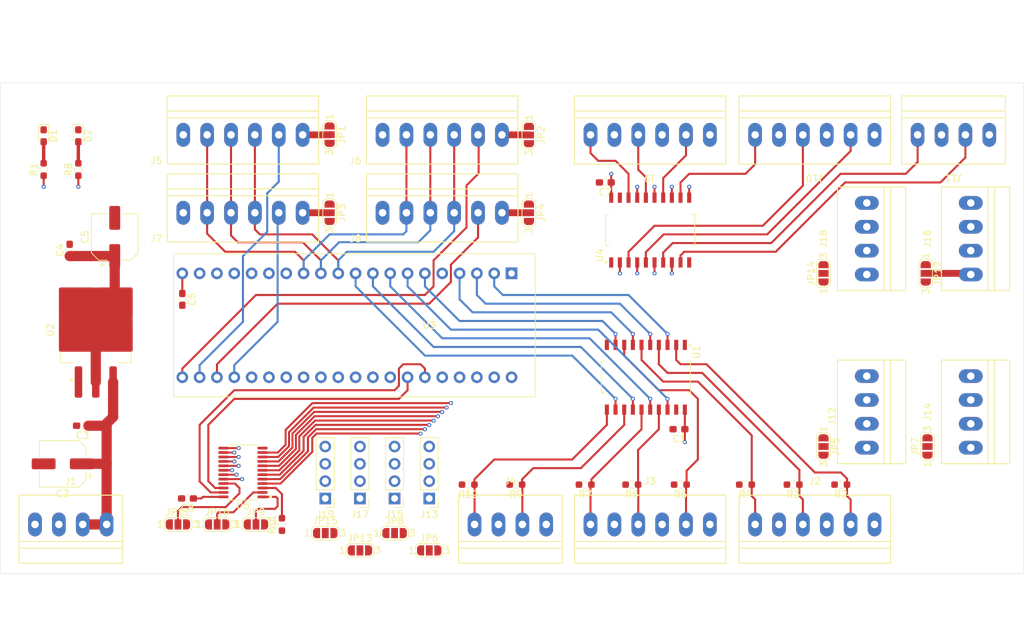
<source format=kicad_pcb>
(kicad_pcb
	(version 20240108)
	(generator "pcbnew")
	(generator_version "8.0")
	(general
		(thickness 1.6)
		(legacy_teardrops no)
	)
	(paper "A4")
	(layers
		(0 "F.Cu" signal)
		(1 "In1.Cu" signal)
		(2 "In2.Cu" signal)
		(31 "B.Cu" signal)
		(32 "B.Adhes" user "B.Adhesive")
		(33 "F.Adhes" user "F.Adhesive")
		(34 "B.Paste" user)
		(35 "F.Paste" user)
		(36 "B.SilkS" user "B.Silkscreen")
		(37 "F.SilkS" user "F.Silkscreen")
		(38 "B.Mask" user)
		(39 "F.Mask" user)
		(40 "Dwgs.User" user "User.Drawings")
		(41 "Cmts.User" user "User.Comments")
		(42 "Eco1.User" user "User.Eco1")
		(43 "Eco2.User" user "User.Eco2")
		(44 "Edge.Cuts" user)
		(45 "Margin" user)
		(46 "B.CrtYd" user "B.Courtyard")
		(47 "F.CrtYd" user "F.Courtyard")
		(48 "B.Fab" user)
		(49 "F.Fab" user)
		(50 "User.1" user)
		(51 "User.2" user)
		(52 "User.3" user)
		(53 "User.4" user)
		(54 "User.5" user)
		(55 "User.6" user)
		(56 "User.7" user)
		(57 "User.8" user)
		(58 "User.9" user)
	)
	(setup
		(stackup
			(layer "F.SilkS"
				(type "Top Silk Screen")
			)
			(layer "F.Paste"
				(type "Top Solder Paste")
			)
			(layer "F.Mask"
				(type "Top Solder Mask")
				(thickness 0.01)
			)
			(layer "F.Cu"
				(type "copper")
				(thickness 0.035)
			)
			(layer "dielectric 1"
				(type "prepreg")
				(thickness 0.1)
				(material "FR4")
				(epsilon_r 4.5)
				(loss_tangent 0.02)
			)
			(layer "In1.Cu"
				(type "copper")
				(thickness 0.035)
			)
			(layer "dielectric 2"
				(type "core")
				(thickness 1.24)
				(material "FR4")
				(epsilon_r 4.5)
				(loss_tangent 0.02)
			)
			(layer "In2.Cu"
				(type "copper")
				(thickness 0.035)
			)
			(layer "dielectric 3"
				(type "prepreg")
				(thickness 0.1)
				(material "FR4")
				(epsilon_r 4.5)
				(loss_tangent 0.02)
			)
			(layer "B.Cu"
				(type "copper")
				(thickness 0.035)
			)
			(layer "B.Mask"
				(type "Bottom Solder Mask")
				(thickness 0.01)
			)
			(layer "B.Paste"
				(type "Bottom Solder Paste")
			)
			(layer "B.SilkS"
				(type "Bottom Silk Screen")
			)
			(copper_finish "None")
			(dielectric_constraints no)
		)
		(pad_to_mask_clearance 0)
		(allow_soldermask_bridges_in_footprints no)
		(pcbplotparams
			(layerselection 0x00010fc_ffffffff)
			(plot_on_all_layers_selection 0x0000000_00000000)
			(disableapertmacros no)
			(usegerberextensions no)
			(usegerberattributes yes)
			(usegerberadvancedattributes yes)
			(creategerberjobfile yes)
			(dashed_line_dash_ratio 12.000000)
			(dashed_line_gap_ratio 3.000000)
			(svgprecision 4)
			(plotframeref no)
			(viasonmask no)
			(mode 1)
			(useauxorigin no)
			(hpglpennumber 1)
			(hpglpenspeed 20)
			(hpglpendiameter 15.000000)
			(pdf_front_fp_property_popups yes)
			(pdf_back_fp_property_popups yes)
			(dxfpolygonmode yes)
			(dxfimperialunits yes)
			(dxfusepcbnewfont yes)
			(psnegative no)
			(psa4output no)
			(plotreference yes)
			(plotvalue yes)
			(plotfptext yes)
			(plotinvisibletext no)
			(sketchpadsonfab no)
			(subtractmaskfromsilk no)
			(outputformat 1)
			(mirror no)
			(drillshape 1)
			(scaleselection 1)
			(outputdirectory "")
		)
	)
	(net 0 "")
	(net 1 "GND")
	(net 2 "+5V")
	(net 3 "+3.3V")
	(net 4 "Net-(D1-A)")
	(net 5 "Net-(D2-A)")
	(net 6 "POCI")
	(net 7 "Net-(J5-Pin_1)")
	(net 8 "PICO")
	(net 9 "SCK")
	(net 10 "CS1")
	(net 11 "CS0")
	(net 12 "Net-(J6-Pin_1)")
	(net 13 "CS3")
	(net 14 "Net-(J7-Pin_1)")
	(net 15 "Net-(J8-Pin_1)")
	(net 16 "CS2")
	(net 17 "Net-(J9-Pin_4)")
	(net 18 "Net-(J9-Pin_6)")
	(net 19 "Net-(J9-Pin_2)")
	(net 20 "OUT-SD0")
	(net 21 "Net-(J12-Pin_1)")
	(net 22 "OUT-SC0")
	(net 23 "OUT-SC4")
	(net 24 "Net-(J13-Pin_1)")
	(net 25 "OUT-SD4")
	(net 26 "OUT-SC1")
	(net 27 "Net-(J14-Pin_1)")
	(net 28 "OUT-SD1")
	(net 29 "OUT-SC5")
	(net 30 "OUT-SD5")
	(net 31 "Net-(J15-Pin_1)")
	(net 32 "OUT-SC2")
	(net 33 "OUT-SD2")
	(net 34 "Net-(J16-Pin_1)")
	(net 35 "Net-(J17-Pin_1)")
	(net 36 "OUT-SC6")
	(net 37 "OUT-SD6")
	(net 38 "OUT-SC3")
	(net 39 "Net-(J18-Pin_1)")
	(net 40 "OUT-SD3")
	(net 41 "Net-(J19-Pin_1)")
	(net 42 "OUT-SC7")
	(net 43 "OUT-SD7")
	(net 44 "Net-(JP9-C)")
	(net 45 "Net-(JP10-C)")
	(net 46 "Net-(JP11-C)")
	(net 47 "Net-(U5-~{RESET})")
	(net 48 "AUX-IN3")
	(net 49 "AUX-IN1")
	(net 50 "AUX-IN6")
	(net 51 "AUX-IN2")
	(net 52 "AUX-IN4")
	(net 53 "SW1-AZ")
	(net 54 "SW2-AZ")
	(net 55 "AUX-IN5")
	(net 56 "unconnected-(U3-PB1-Pad15)")
	(net 57 "unconnected-(U3-3V3-Pad18)")
	(net 58 "EN-AZ")
	(net 59 "EN-EL")
	(net 60 "unconnected-(U3-PB2-Pad16)")
	(net 61 "unconnected-(U3-NRST-Pad5)")
	(net 62 "AUX-OUT1")
	(net 63 "DIR-AZ")
	(net 64 "SCL")
	(net 65 "unconnected-(U3-PB9-Pad37)")
	(net 66 "SDA")
	(net 67 "unconnected-(U3-PB0-Pad14)")
	(net 68 "unconnected-(U3-VBAT-Pad1)")
	(net 69 "unconnected-(U3-3V3-Pad40)")
	(net 70 "unconnected-(U3-PB8-Pad36)")
	(net 71 "unconnected-(U3-PB10-Pad17)")
	(net 72 "STEP-AZ")
	(net 73 "STEP-EL")
	(net 74 "unconnected-(U3-PB5-Pad33)")
	(net 75 "DIR-EL")
	(net 76 "AUX-OUT2")
	(net 77 "Net-(J10-Pin_4)")
	(net 78 "Net-(J10-Pin_6)")
	(net 79 "Net-(J10-Pin_2)")
	(net 80 "Net-(J11-Pin_4)")
	(net 81 "Net-(J11-Pin_2)")
	(net 82 "Net-(J4-Pin_1)")
	(net 83 "Net-(J4-Pin_3)")
	(net 84 "Net-(J3-Pin_5)")
	(net 85 "Net-(J3-Pin_3)")
	(net 86 "Net-(J3-Pin_1)")
	(net 87 "Net-(J2-Pin_1)")
	(net 88 "Net-(J2-Pin_5)")
	(net 89 "Net-(J2-Pin_3)")
	(footprint "LED_SMD:LED_0603_1608Metric_Pad1.05x0.95mm_HandSolder" (layer "F.Cu") (at 62.23 71.261 -90))
	(footprint "Jumper:SolderJumper-3_P1.3mm_Open_RoundedPad1.0x1.5mm_NumberLabels" (layer "F.Cu") (at 76.835 128.27))
	(footprint "spta:SPTA-1-6-3,5" (layer "F.Cu") (at 115.57 82.55 180))
	(footprint "spta:SPTA-1-6-3,5" (layer "F.Cu") (at 170.18 71.12 180))
	(footprint "spta:SPTA-1-6-3,5" (layer "F.Cu") (at 146.05 128.27))
	(footprint "Capacitor_SMD:C_0603_1608Metric_Pad1.08x0.95mm_HandSolder" (layer "F.Cu") (at 139.4725 78.105 180))
	(footprint "Jumper:SolderJumper-3_P1.3mm_Open_RoundedPad1.0x1.5mm_NumberLabels" (layer "F.Cu") (at 186.69 116.84 90))
	(footprint "spta:SPTA-1-4-3,5" (layer "F.Cu") (at 125.56 128.27))
	(footprint "spta:SPTA-1-6-3,5" (layer "F.Cu") (at 170.18 128.27))
	(footprint "Jumper:SolderJumper-3_P1.3mm_Open_RoundedPad1.0x1.5mm_NumberLabels" (layer "F.Cu") (at 128.27 71.15 -90))
	(footprint "Capacitor_SMD:C_0603_1608Metric_Pad1.08x0.95mm_HandSolder" (layer "F.Cu") (at 150.2675 114.3 180))
	(footprint "spta:SPTA-1-4-3,5" (layer "F.Cu") (at 177.8 111.76 90))
	(footprint "Jumper:SolderJumper-3_P1.3mm_Open_RoundedPad1.0x1.5mm_NumberLabels" (layer "F.Cu") (at 171.45 116.84 -90))
	(footprint "Jumper:SolderJumper-3_P1.3mm_Open_RoundedPad1.0x1.5mm_NumberLabels" (layer "F.Cu") (at 99.06 82.55 -90))
	(footprint "Resistor_SMD:R_0603_1608Metric_Pad0.98x0.95mm_HandSolder" (layer "F.Cu") (at 92.075 128.27 90))
	(footprint "BlackPill_F4xx_v2:BlackPill_F4xx_v2" (layer "F.Cu") (at 125.73 91.44 90))
	(footprint "spta:SPTA-1-6-3,5" (layer "F.Cu") (at 146.05 71.12 180))
	(footprint "Resistor_SMD:R_0603_1608Metric_Pad0.98x0.95mm_HandSolder" (layer "F.Cu") (at 119.38 122.428 180))
	(footprint "Resistor_SMD:R_0603_1608Metric_Pad0.98x0.95mm_HandSolder" (layer "F.Cu") (at 160.02 122.428 180))
	(footprint "Resistor_SMD:R_0603_1608Metric_Pad0.98x0.95mm_HandSolder" (layer "F.Cu") (at 136.525 122.428 180))
	(footprint "Jumper:SolderJumper-3_P1.3mm_Open_RoundedPad1.0x1.5mm_NumberLabels" (layer "F.Cu") (at 186.436 91.44 -90))
	(footprint "Resistor_SMD:R_0603_1608Metric_Pad0.98x0.95mm_HandSolder" (layer "F.Cu") (at 173.99 122.428 180))
	(footprint "Capacitor_SMD:C_0603_1608Metric_Pad1.08x0.95mm_HandSolder" (layer "F.Cu") (at 78.232 124.46 180))
	(footprint "Package_SO:SO-20_12.8x7.5mm_P1.27mm" (layer "F.Cu") (at 145.415 106.68 -90))
	(footprint "Resistor_SMD:R_0603_1608Metric_Pad0.98x0.95mm_HandSolder" (layer "F.Cu") (at 57.15 76.2 90))
	(footprint "spta:SPTA-1-4-3,5" (layer "F.Cu") (at 193.04 86.36 90))
	(footprint "Jumper:SolderJumper-3_P1.3mm_Open_RoundedPad1.0x1.5mm_NumberLabels" (layer "F.Cu") (at 171.45 91.44 90))
	(footprint "Jumper:SolderJumper-3_P1.3mm_Open_RoundedPad1.0x1.5mm_NumberLabels" (layer "F.Cu") (at 113.665 132.08))
	(footprint "spta:SPTA-1-6-3,5" (layer "F.Cu") (at 115.57 71.12 180))
	(footprint "Connector_PinHeader_2.54mm:PinHeader_1x04_P2.54mm_Vertical" (layer "F.Cu") (at 113.665 124.46 180))
	(footprint "Jumper:SolderJumper-3_P1.3mm_Open_RoundedPad1.0x1.5mm_NumberLabels" (layer "F.Cu") (at 98.425 129.54))
	(footprint "spta:SPTA-1-6-3,5" (layer "F.Cu") (at 86.36 71.12 180))
	(footprint "Resistor_SMD:R_0603_1608Metric_Pad0.98x0.95mm_HandSolder" (layer "F.Cu") (at 167.005 122.428 180))
	(footprint "Jumper:SolderJumper-3_P1.3mm_Open_RoundedPad1.0x1.5mm_NumberLabels" (layer "F.Cu") (at 82.58 128.27))
	(footprint "Jumper:SolderJumper-3_P1.3mm_Open_RoundedPad1.0x1.5mm_NumberLabels" (layer "F.Cu") (at 88.265 128.27))
	(footprint "spta:SPTA-1-4-3,5" (layer "F.Cu") (at 193.04 111.76 90))
	(footprint "Connector_PinHeader_2.54mm:PinHeader_1x04_P2.54mm_Vertical" (layer "F.Cu") (at 103.505 124.46 180))
	(footprint "Jumper:SolderJumper-3_P1.3mm_Open_RoundedPad1.0x1.5mm_NumberLabels" (layer "F.Cu") (at 99.06 71.09 -90))
	(footprint "Capacitor_SMD:C_0603_1608Metric_Pad1.08x0.95mm_HandSolder" (layer "F.Cu") (at 77.47 95.25 -90))
	(footprint "spta:SPTA-1-4-3,5" (layer "F.Cu") (at 177.8 86.36 90))
	(footprint "Package_TO_SOT_SMD:TO-263-3_TabPin2"
		(layer "F.Cu")
		(uuid "85e0d6a1-6622-4490-a439-6a930d366dcf")
		(at 64.789 99.725 90)
		(descr "TO-263/D2PAK/DDPAK SMD package, http://www.infineon.com/cms/en/product/packages/PG-TO263/PG-TO263-3-1/")
		(tags "
... [195390 chars truncated]
</source>
